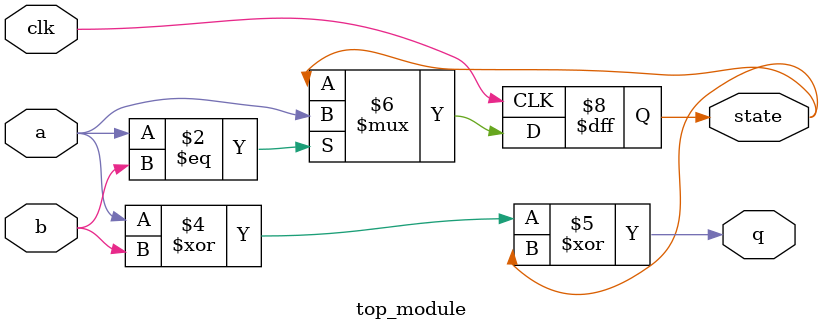
<source format=v>
module top_module (
    input clk,
    input a,
    input b,
    output q,
    output state  );
    always @(posedge clk)begin
        if(a==b)state<=a;
    end
    always @(*) begin
        q<=a^b^state;
    end
endmodule

</source>
